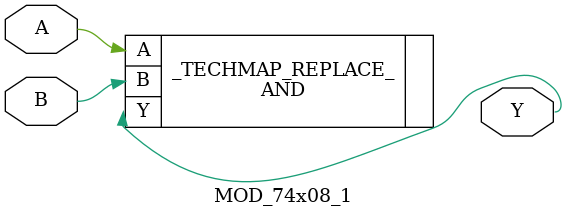
<source format=v>
module MOD_74x08_1 (A, B, Y);

parameter A_SIGNED = 0;
parameter B_SIGNED = 0;
parameter A_WIDTH = 0;
parameter B_WIDTH = 0;
parameter Y_WIDTH = 0;

input A;
input B;
output Y;

AND _TECHMAP_REPLACE_(.A(A), .B(B), .Y(Y));

endmodule
</source>
